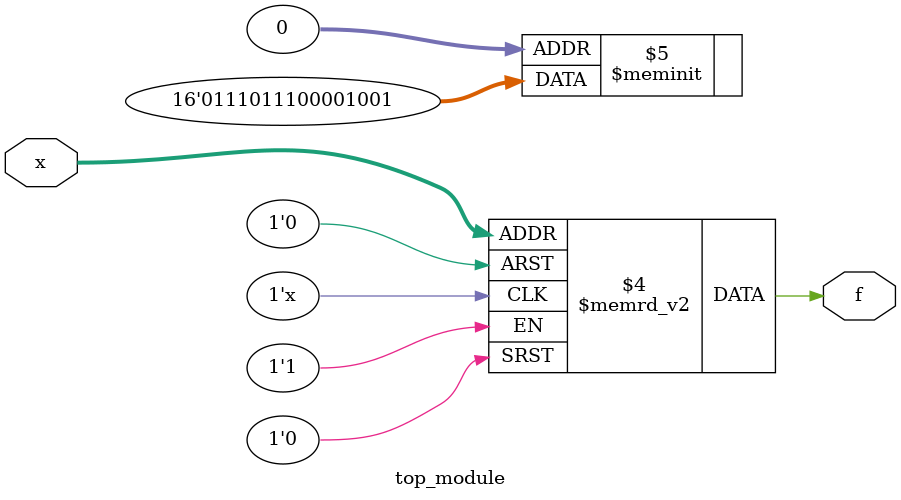
<source format=sv>
module top_module (
	input [4:1] x,
	output logic f
);
    always_comb begin
        case (x)
            4'b0000: f = 1'b1;
            4'b0001: f = 1'b0;
            4'b0010: f = 1'b0;
            4'b0011: f = 1'b1;
            4'b0100: f = 1'b0;
            4'b0101: f = 1'b0;
            4'b0110: f = 1'b0;
            4'b0111: f = 1'b0;
            4'b1000: f = 1'b1;
            4'b1001: f = 1'b1;
            4'b1010: f = 1'b1;
            4'b1011: f = 1'b0;
            4'b1100: f = 1'b1;
            4'b1101: f = 1'b1;
            4'b1110: f = 1'b1;
            4'b1111: f = 1'b0;
        endcase
    end
endmodule

</source>
